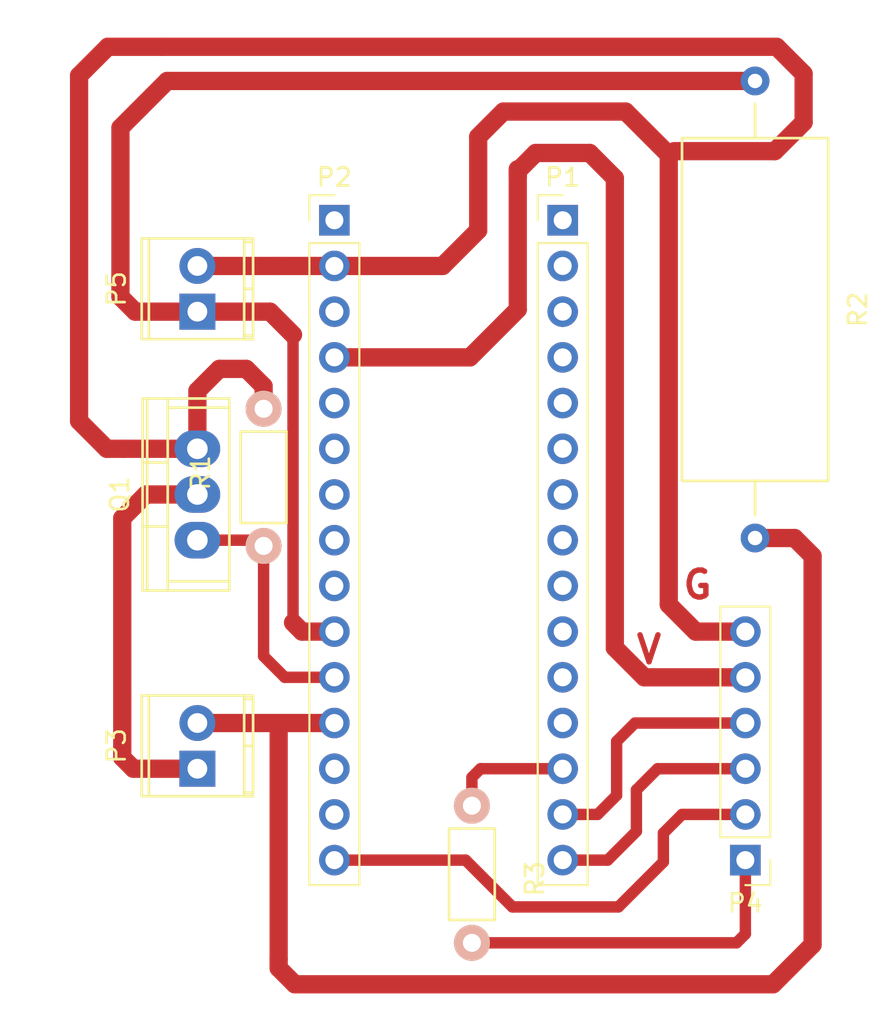
<source format=kicad_pcb>
(kicad_pcb (version 20160815) (host pcbnew "(2016-12-16 revision f631ae2)-makepkg")

  (general
    (links 18)
    (no_connects 1)
    (area 133.799999 28.399999 183.600001 85.300001)
    (thickness 1.6)
    (drawings 10)
    (tracks 96)
    (zones 0)
    (modules 9)
    (nets 32)
  )

  (page A4)
  (layers
    (0 F.Cu signal)
    (31 B.Cu signal)
    (32 B.Adhes user)
    (33 F.Adhes user)
    (34 B.Paste user)
    (35 F.Paste user)
    (36 B.SilkS user)
    (37 F.SilkS user)
    (38 B.Mask user)
    (39 F.Mask user)
    (40 Dwgs.User user)
    (41 Cmts.User user)
    (42 Eco1.User user)
    (43 Eco2.User user)
    (44 Edge.Cuts user)
    (45 Margin user)
    (46 B.CrtYd user)
    (47 F.CrtYd user)
    (48 B.Fab user)
    (49 F.Fab user)
  )

  (setup
    (last_trace_width 0.25)
    (user_trace_width 0.254)
    (user_trace_width 0.635)
    (user_trace_width 1.016)
    (user_trace_width 1.27)
    (user_trace_width 2.54)
    (trace_clearance 0.2)
    (zone_clearance 0.762)
    (zone_45_only no)
    (trace_min 0.2)
    (segment_width 0.2)
    (edge_width 0.15)
    (via_size 0.8)
    (via_drill 0.4)
    (via_min_size 0.4)
    (via_min_drill 0.3)
    (uvia_size 0.3)
    (uvia_drill 0.1)
    (uvias_allowed no)
    (uvia_min_size 0.2)
    (uvia_min_drill 0.1)
    (pcb_text_width 0.3)
    (pcb_text_size 1.5 1.5)
    (mod_edge_width 0.15)
    (mod_text_size 1 1)
    (mod_text_width 0.15)
    (pad_size 1.524 1.524)
    (pad_drill 0.762)
    (pad_to_mask_clearance 0.2)
    (aux_axis_origin 0 0)
    (visible_elements 7FFFFFFF)
    (pcbplotparams
      (layerselection 0x00030_ffffffff)
      (usegerberextensions false)
      (excludeedgelayer true)
      (linewidth 0.100000)
      (plotframeref false)
      (viasonmask false)
      (mode 1)
      (useauxorigin false)
      (hpglpennumber 1)
      (hpglpenspeed 20)
      (hpglpendiameter 15)
      (psnegative false)
      (psa4output false)
      (plotreference true)
      (plotvalue true)
      (plotinvisibletext false)
      (padsonsilk false)
      (subtractmaskfromsilk false)
      (outputformat 1)
      (mirror false)
      (drillshape 1)
      (scaleselection 1)
      (outputdirectory C:/Users/alexb/Desktop/))
  )

  (net 0 "")
  (net 1 GND)
  (net 2 MOS_CMD)
  (net 3 Vshunt)
  (net 4 Vbatt)
  (net 5 "Net-(P3-Pad1)")
  (net 6 MOSI)
  (net 7 MISO)
  (net 8 CS)
  (net 9 "Net-(P1-Pad11)")
  (net 10 "Net-(P1-Pad10)")
  (net 11 "Net-(P1-Pad9)")
  (net 12 "Net-(P1-Pad8)")
  (net 13 "Net-(P1-Pad7)")
  (net 14 "Net-(P1-Pad6)")
  (net 15 "Net-(P1-Pad5)")
  (net 16 "Net-(P1-Pad3)")
  (net 17 "Net-(P1-Pad2)")
  (net 18 "Net-(P1-Pad1)")
  (net 19 "Net-(P2-Pad1)")
  (net 20 "Net-(P2-Pad3)")
  (net 21 VCC)
  (net 22 "Net-(P2-Pad5)")
  (net 23 "Net-(P2-Pad6)")
  (net 24 "Net-(P2-Pad7)")
  (net 25 "Net-(P2-Pad8)")
  (net 26 "Net-(P2-Pad9)")
  (net 27 "Net-(P2-Pad13)")
  (net 28 "Net-(P2-Pad14)")
  (net 29 SCK)
  (net 30 "Net-(P1-Pad12)")
  (net 31 "Net-(P4-Pad1)")

  (net_class Default "This is the default net class."
    (clearance 0.2)
    (trace_width 0.25)
    (via_dia 0.8)
    (via_drill 0.4)
    (uvia_dia 0.3)
    (uvia_drill 0.1)
    (diff_pair_gap 0.25)
    (diff_pair_width 0.2)
    (add_net CS)
    (add_net GND)
    (add_net MISO)
    (add_net MOSI)
    (add_net MOS_CMD)
    (add_net "Net-(P1-Pad1)")
    (add_net "Net-(P1-Pad10)")
    (add_net "Net-(P1-Pad11)")
    (add_net "Net-(P1-Pad12)")
    (add_net "Net-(P1-Pad2)")
    (add_net "Net-(P1-Pad3)")
    (add_net "Net-(P1-Pad5)")
    (add_net "Net-(P1-Pad6)")
    (add_net "Net-(P1-Pad7)")
    (add_net "Net-(P1-Pad8)")
    (add_net "Net-(P1-Pad9)")
    (add_net "Net-(P2-Pad1)")
    (add_net "Net-(P2-Pad13)")
    (add_net "Net-(P2-Pad14)")
    (add_net "Net-(P2-Pad3)")
    (add_net "Net-(P2-Pad5)")
    (add_net "Net-(P2-Pad6)")
    (add_net "Net-(P2-Pad7)")
    (add_net "Net-(P2-Pad8)")
    (add_net "Net-(P2-Pad9)")
    (add_net "Net-(P3-Pad1)")
    (add_net "Net-(P4-Pad1)")
    (add_net SCK)
    (add_net VCC)
    (add_net Vbatt)
    (add_net Vshunt)
  )

  (module Resistors_THT:Resistor_Horizontal_RM7mm (layer F.Cu) (tedit 569FCF07) (tstamp 586ABFFF)
    (at 160.05 73.175 270)
    (descr "Resistor, Axial,  RM 7.62mm, 1/3W,")
    (tags "Resistor Axial RM 7.62mm 1/3W R3")
    (path /586ABD60)
    (fp_text reference R3 (at 4.05892 -3.50012 270) (layer F.SilkS)
      (effects (font (size 1 1) (thickness 0.15)))
    )
    (fp_text value R (at 3.81 3.81 270) (layer F.Fab)
      (effects (font (size 1 1) (thickness 0.15)))
    )
    (fp_line (start -1.25 -1.5) (end 8.85 -1.5) (layer F.CrtYd) (width 0.05))
    (fp_line (start -1.25 1.5) (end -1.25 -1.5) (layer F.CrtYd) (width 0.05))
    (fp_line (start 8.85 -1.5) (end 8.85 1.5) (layer F.CrtYd) (width 0.05))
    (fp_line (start -1.25 1.5) (end 8.85 1.5) (layer F.CrtYd) (width 0.05))
    (fp_line (start 1.27 -1.27) (end 6.35 -1.27) (layer F.SilkS) (width 0.15))
    (fp_line (start 6.35 -1.27) (end 6.35 1.27) (layer F.SilkS) (width 0.15))
    (fp_line (start 6.35 1.27) (end 1.27 1.27) (layer F.SilkS) (width 0.15))
    (fp_line (start 1.27 1.27) (end 1.27 -1.27) (layer F.SilkS) (width 0.15))
    (pad 1 thru_hole circle (at 0 0 270) (size 1.99898 1.99898) (drill 1.00076) (layers *.Cu *.SilkS *.Mask)
      (net 8 CS))
    (pad 2 thru_hole circle (at 7.62 0 270) (size 1.99898 1.99898) (drill 1.00076) (layers *.Cu *.SilkS *.Mask)
      (net 31 "Net-(P4-Pad1)"))
  )

  (module Connectors_Terminal_Blocks:TerminalBlock_Pheonix_MPT-2.54mm_2pol (layer F.Cu) (tedit 0) (tstamp 586AB772)
    (at 144.78 45.72 90)
    (descr "2-way 2.54mm pitch terminal block, Phoenix MPT series")
    (path /58679E29)
    (fp_text reference P5 (at 1.27 -4.50088 90) (layer F.SilkS)
      (effects (font (size 1 1) (thickness 0.15)))
    )
    (fp_text value BATT (at 1.27 4.50088 90) (layer F.Fab)
      (effects (font (size 1 1) (thickness 0.15)))
    )
    (fp_line (start -1.7 -3.3) (end 4.3 -3.3) (layer F.CrtYd) (width 0.05))
    (fp_line (start -1.7 3.3) (end -1.7 -3.3) (layer F.CrtYd) (width 0.05))
    (fp_line (start 4.3 3.3) (end -1.7 3.3) (layer F.CrtYd) (width 0.05))
    (fp_line (start 4.3 -3.3) (end 4.3 3.3) (layer F.CrtYd) (width 0.05))
    (fp_line (start 4.06908 2.60096) (end -1.52908 2.60096) (layer F.SilkS) (width 0.15))
    (fp_line (start -1.33096 3.0988) (end -1.33096 2.60096) (layer F.SilkS) (width 0.15))
    (fp_line (start 3.87096 2.60096) (end 3.87096 3.0988) (layer F.SilkS) (width 0.15))
    (fp_line (start 1.27 3.0988) (end 1.27 2.60096) (layer F.SilkS) (width 0.15))
    (fp_line (start -1.52908 -2.70002) (end 4.06908 -2.70002) (layer F.SilkS) (width 0.15))
    (fp_line (start -1.52908 3.0988) (end 4.06908 3.0988) (layer F.SilkS) (width 0.15))
    (fp_line (start 4.06908 3.0988) (end 4.06908 -3.0988) (layer F.SilkS) (width 0.15))
    (fp_line (start 4.06908 -3.0988) (end -1.52908 -3.0988) (layer F.SilkS) (width 0.15))
    (fp_line (start -1.52908 -3.0988) (end -1.52908 3.0988) (layer F.SilkS) (width 0.15))
    (pad 2 thru_hole oval (at 2.54 0 90) (size 1.99898 1.99898) (drill 1.09728) (layers *.Cu *.Mask)
      (net 1 GND))
    (pad 1 thru_hole rect (at 0 0 90) (size 1.99898 1.99898) (drill 1.09728) (layers *.Cu *.Mask)
      (net 4 Vbatt))
    (model Terminal_Blocks.3dshapes/TerminalBlock_Pheonix_MPT-2.54mm_2pol.wrl
      (at (xyz 0.05 0 0))
      (scale (xyz 1 1 1))
      (rotate (xyz 0 0 0))
    )
  )

  (module Connectors_Terminal_Blocks:TerminalBlock_Pheonix_MPT-2.54mm_2pol (layer F.Cu) (tedit 0) (tstamp 586AB763)
    (at 144.78 71.12 90)
    (descr "2-way 2.54mm pitch terminal block, Phoenix MPT series")
    (path /5867AB62)
    (fp_text reference P3 (at 1.27 -4.50088 90) (layer F.SilkS)
      (effects (font (size 1 1) (thickness 0.15)))
    )
    (fp_text value R_LOAD (at 1.27 4.50088 90) (layer F.Fab)
      (effects (font (size 1 1) (thickness 0.15)))
    )
    (fp_line (start -1.52908 -3.0988) (end -1.52908 3.0988) (layer F.SilkS) (width 0.15))
    (fp_line (start 4.06908 -3.0988) (end -1.52908 -3.0988) (layer F.SilkS) (width 0.15))
    (fp_line (start 4.06908 3.0988) (end 4.06908 -3.0988) (layer F.SilkS) (width 0.15))
    (fp_line (start -1.52908 3.0988) (end 4.06908 3.0988) (layer F.SilkS) (width 0.15))
    (fp_line (start -1.52908 -2.70002) (end 4.06908 -2.70002) (layer F.SilkS) (width 0.15))
    (fp_line (start 1.27 3.0988) (end 1.27 2.60096) (layer F.SilkS) (width 0.15))
    (fp_line (start 3.87096 2.60096) (end 3.87096 3.0988) (layer F.SilkS) (width 0.15))
    (fp_line (start -1.33096 3.0988) (end -1.33096 2.60096) (layer F.SilkS) (width 0.15))
    (fp_line (start 4.06908 2.60096) (end -1.52908 2.60096) (layer F.SilkS) (width 0.15))
    (fp_line (start 4.3 -3.3) (end 4.3 3.3) (layer F.CrtYd) (width 0.05))
    (fp_line (start 4.3 3.3) (end -1.7 3.3) (layer F.CrtYd) (width 0.05))
    (fp_line (start -1.7 3.3) (end -1.7 -3.3) (layer F.CrtYd) (width 0.05))
    (fp_line (start -1.7 -3.3) (end 4.3 -3.3) (layer F.CrtYd) (width 0.05))
    (pad 1 thru_hole rect (at 0 0 90) (size 1.99898 1.99898) (drill 1.09728) (layers *.Cu *.Mask)
      (net 5 "Net-(P3-Pad1)"))
    (pad 2 thru_hole oval (at 2.54 0 90) (size 1.99898 1.99898) (drill 1.09728) (layers *.Cu *.Mask)
      (net 3 Vshunt))
    (model Terminal_Blocks.3dshapes/TerminalBlock_Pheonix_MPT-2.54mm_2pol.wrl
      (at (xyz 0.05 0 0))
      (scale (xyz 1 1 1))
      (rotate (xyz 0 0 0))
    )
  )

  (module Resistors_THT:Resistor_Ceramic_Horizontal_L19mm-W8mm-H8mm-p25mm (layer F.Cu) (tedit 53FEE15C) (tstamp 58686CE5)
    (at 175.8 45.6 270)
    (descr "Resistor, Ceramic, Horizontal")
    (tags "Resistor, Ceramic, Horizontal")
    (path /58679DE8)
    (fp_text reference R2 (at 0 -5.715 270) (layer F.SilkS)
      (effects (font (size 1 1) (thickness 0.15)))
    )
    (fp_text value 0.1R (at 0.635 6.35 270) (layer F.Fab)
      (effects (font (size 1 1) (thickness 0.15)))
    )
    (fp_line (start 9.525 -4.064) (end -9.525 -4.064) (layer F.SilkS) (width 0.15))
    (fp_line (start 9.525 4.064) (end 9.525 -4.064) (layer F.SilkS) (width 0.15))
    (fp_line (start -9.525 4.064) (end 9.525 4.064) (layer F.SilkS) (width 0.15))
    (fp_line (start -9.525 -4.064) (end -9.525 4.064) (layer F.SilkS) (width 0.15))
    (fp_line (start -9.525 0) (end -11.43 0) (layer F.SilkS) (width 0.15))
    (fp_line (start 9.525 0) (end 11.43 0) (layer F.SilkS) (width 0.15))
    (pad 2 thru_hole circle (at 12.7 0 90) (size 1.6 1.6) (drill 0.8) (layers *.Cu *.Mask)
      (net 3 Vshunt))
    (pad 1 thru_hole circle (at -12.7 0 90) (size 1.6 1.6) (drill 0.8) (layers *.Cu *.Mask)
      (net 4 Vbatt))
    (model Resistors_ThroughHole.3dshapes/Resistor_Ceramic_Horizontal_L19mm-W8mm-H8mm-p25mm.wrl
      (at (xyz 0 0 0))
      (scale (xyz 4 4 4))
      (rotate (xyz 0 0 0))
    )
  )

  (module Pin_Headers:Pin_Header_Straight_1x06_Pitch2.54mm (layer F.Cu) (tedit 5862ED52) (tstamp 58686E06)
    (at 175.26 76.2 180)
    (descr "Through hole straight pin header, 1x06, 2.54mm pitch, single row")
    (tags "Through hole pin header THT 1x06 2.54mm single row")
    (path /5867B3D4)
    (fp_text reference P4 (at 0 -2.39 180) (layer F.SilkS)
      (effects (font (size 1 1) (thickness 0.15)))
    )
    (fp_text value SD_CARD (at 0 15.09 180) (layer F.Fab)
      (effects (font (size 1 1) (thickness 0.15)))
    )
    (fp_line (start 1.6 -1.6) (end -1.6 -1.6) (layer F.CrtYd) (width 0.05))
    (fp_line (start 1.6 14.3) (end 1.6 -1.6) (layer F.CrtYd) (width 0.05))
    (fp_line (start -1.6 14.3) (end 1.6 14.3) (layer F.CrtYd) (width 0.05))
    (fp_line (start -1.6 -1.6) (end -1.6 14.3) (layer F.CrtYd) (width 0.05))
    (fp_line (start -1.39 -1.39) (end 0 -1.39) (layer F.SilkS) (width 0.12))
    (fp_line (start -1.39 0) (end -1.39 -1.39) (layer F.SilkS) (width 0.12))
    (fp_line (start 1.39 1.27) (end -1.39 1.27) (layer F.SilkS) (width 0.12))
    (fp_line (start 1.39 14.09) (end 1.39 1.27) (layer F.SilkS) (width 0.12))
    (fp_line (start -1.39 14.09) (end 1.39 14.09) (layer F.SilkS) (width 0.12))
    (fp_line (start -1.39 1.27) (end -1.39 14.09) (layer F.SilkS) (width 0.12))
    (fp_line (start 1.27 -1.27) (end -1.27 -1.27) (layer F.Fab) (width 0.1))
    (fp_line (start 1.27 13.97) (end 1.27 -1.27) (layer F.Fab) (width 0.1))
    (fp_line (start -1.27 13.97) (end 1.27 13.97) (layer F.Fab) (width 0.1))
    (fp_line (start -1.27 -1.27) (end -1.27 13.97) (layer F.Fab) (width 0.1))
    (pad 6 thru_hole oval (at 0 12.7 180) (size 1.7 1.7) (drill 1) (layers *.Cu *.Mask)
      (net 1 GND))
    (pad 5 thru_hole oval (at 0 10.16 180) (size 1.7 1.7) (drill 1) (layers *.Cu *.Mask)
      (net 21 VCC))
    (pad 4 thru_hole oval (at 0 7.62 180) (size 1.7 1.7) (drill 1) (layers *.Cu *.Mask)
      (net 7 MISO))
    (pad 3 thru_hole oval (at 0 5.08 180) (size 1.7 1.7) (drill 1) (layers *.Cu *.Mask)
      (net 6 MOSI))
    (pad 2 thru_hole oval (at 0 2.54 180) (size 1.7 1.7) (drill 1) (layers *.Cu *.Mask)
      (net 29 SCK))
    (pad 1 thru_hole rect (at 0 0 180) (size 1.7 1.7) (drill 1) (layers *.Cu *.Mask)
      (net 31 "Net-(P4-Pad1)"))
    (model Pin_Headers.3dshapes/Pin_Header_Straight_1x06_Pitch2.54mm.wrl
      (at (xyz 0 -0.25 0))
      (scale (xyz 1 1 1))
      (rotate (xyz 0 0 90))
    )
  )

  (module Pin_Headers:Pin_Header_Straight_1x15_Pitch2.54mm (layer F.Cu) (tedit 5862ED52) (tstamp 58686DAE)
    (at 152.4 40.64)
    (descr "Through hole straight pin header, 1x15, 2.54mm pitch, single row")
    (tags "Through hole pin header THT 1x15 2.54mm single row")
    (path /5867AEFE)
    (fp_text reference P2 (at 0 -2.39) (layer F.SilkS)
      (effects (font (size 1 1) (thickness 0.15)))
    )
    (fp_text value ARD_NANO_LFT (at 0 37.95) (layer F.Fab)
      (effects (font (size 1 1) (thickness 0.15)))
    )
    (fp_line (start 1.6 -1.6) (end -1.6 -1.6) (layer F.CrtYd) (width 0.05))
    (fp_line (start 1.6 37.1) (end 1.6 -1.6) (layer F.CrtYd) (width 0.05))
    (fp_line (start -1.6 37.1) (end 1.6 37.1) (layer F.CrtYd) (width 0.05))
    (fp_line (start -1.6 -1.6) (end -1.6 37.1) (layer F.CrtYd) (width 0.05))
    (fp_line (start -1.39 -1.39) (end 0 -1.39) (layer F.SilkS) (width 0.12))
    (fp_line (start -1.39 0) (end -1.39 -1.39) (layer F.SilkS) (width 0.12))
    (fp_line (start 1.39 1.27) (end -1.39 1.27) (layer F.SilkS) (width 0.12))
    (fp_line (start 1.39 36.95) (end 1.39 1.27) (layer F.SilkS) (width 0.12))
    (fp_line (start -1.39 36.95) (end 1.39 36.95) (layer F.SilkS) (width 0.12))
    (fp_line (start -1.39 1.27) (end -1.39 36.95) (layer F.SilkS) (width 0.12))
    (fp_line (start 1.27 -1.27) (end -1.27 -1.27) (layer F.Fab) (width 0.1))
    (fp_line (start 1.27 36.83) (end 1.27 -1.27) (layer F.Fab) (width 0.1))
    (fp_line (start -1.27 36.83) (end 1.27 36.83) (layer F.Fab) (width 0.1))
    (fp_line (start -1.27 -1.27) (end -1.27 36.83) (layer F.Fab) (width 0.1))
    (pad 15 thru_hole oval (at 0 35.56) (size 1.7 1.7) (drill 1) (layers *.Cu *.Mask)
      (net 29 SCK))
    (pad 14 thru_hole oval (at 0 33.02) (size 1.7 1.7) (drill 1) (layers *.Cu *.Mask)
      (net 28 "Net-(P2-Pad14)"))
    (pad 13 thru_hole oval (at 0 30.48) (size 1.7 1.7) (drill 1) (layers *.Cu *.Mask)
      (net 27 "Net-(P2-Pad13)"))
    (pad 12 thru_hole oval (at 0 27.94) (size 1.7 1.7) (drill 1) (layers *.Cu *.Mask)
      (net 3 Vshunt))
    (pad 11 thru_hole oval (at 0 25.4) (size 1.7 1.7) (drill 1) (layers *.Cu *.Mask)
      (net 2 MOS_CMD))
    (pad 10 thru_hole oval (at 0 22.86) (size 1.7 1.7) (drill 1) (layers *.Cu *.Mask)
      (net 4 Vbatt))
    (pad 9 thru_hole oval (at 0 20.32) (size 1.7 1.7) (drill 1) (layers *.Cu *.Mask)
      (net 26 "Net-(P2-Pad9)"))
    (pad 8 thru_hole oval (at 0 17.78) (size 1.7 1.7) (drill 1) (layers *.Cu *.Mask)
      (net 25 "Net-(P2-Pad8)"))
    (pad 7 thru_hole oval (at 0 15.24) (size 1.7 1.7) (drill 1) (layers *.Cu *.Mask)
      (net 24 "Net-(P2-Pad7)"))
    (pad 6 thru_hole oval (at 0 12.7) (size 1.7 1.7) (drill 1) (layers *.Cu *.Mask)
      (net 23 "Net-(P2-Pad6)"))
    (pad 5 thru_hole oval (at 0 10.16) (size 1.7 1.7) (drill 1) (layers *.Cu *.Mask)
      (net 22 "Net-(P2-Pad5)"))
    (pad 4 thru_hole oval (at 0 7.62) (size 1.7 1.7) (drill 1) (layers *.Cu *.Mask)
      (net 21 VCC))
    (pad 3 thru_hole oval (at 0 5.08) (size 1.7 1.7) (drill 1) (layers *.Cu *.Mask)
      (net 20 "Net-(P2-Pad3)"))
    (pad 2 thru_hole oval (at 0 2.54) (size 1.7 1.7) (drill 1) (layers *.Cu *.Mask)
      (net 1 GND))
    (pad 1 thru_hole rect (at 0 0) (size 1.7 1.7) (drill 1) (layers *.Cu *.Mask)
      (net 19 "Net-(P2-Pad1)"))
    (model Pin_Headers.3dshapes/Pin_Header_Straight_1x15_Pitch2.54mm.wrl
      (at (xyz 0 -0.7 0))
      (scale (xyz 1 1 1))
      (rotate (xyz 0 0 90))
    )
  )

  (module Pin_Headers:Pin_Header_Straight_1x15_Pitch2.54mm (layer F.Cu) (tedit 5862ED52) (tstamp 58686D4D)
    (at 165.1 40.64)
    (descr "Through hole straight pin header, 1x15, 2.54mm pitch, single row")
    (tags "Through hole pin header THT 1x15 2.54mm single row")
    (path /5867AEA2)
    (fp_text reference P1 (at 0 -2.39) (layer F.SilkS)
      (effects (font (size 1 1) (thickness 0.15)))
    )
    (fp_text value ARD_NANO_RGHT (at 0 37.95) (layer F.Fab)
      (effects (font (size 1 1) (thickness 0.15)))
    )
    (fp_line (start 1.6 -1.6) (end -1.6 -1.6) (layer F.CrtYd) (width 0.05))
    (fp_line (start 1.6 37.1) (end 1.6 -1.6) (layer F.CrtYd) (width 0.05))
    (fp_line (start -1.6 37.1) (end 1.6 37.1) (layer F.CrtYd) (width 0.05))
    (fp_line (start -1.6 -1.6) (end -1.6 37.1) (layer F.CrtYd) (width 0.05))
    (fp_line (start -1.39 -1.39) (end 0 -1.39) (layer F.SilkS) (width 0.12))
    (fp_line (start -1.39 0) (end -1.39 -1.39) (layer F.SilkS) (width 0.12))
    (fp_line (start 1.39 1.27) (end -1.39 1.27) (layer F.SilkS) (width 0.12))
    (fp_line (start 1.39 36.95) (end 1.39 1.27) (layer F.SilkS) (width 0.12))
    (fp_line (start -1.39 36.95) (end 1.39 36.95) (layer F.SilkS) (width 0.12))
    (fp_line (start -1.39 1.27) (end -1.39 36.95) (layer F.SilkS) (width 0.12))
    (fp_line (start 1.27 -1.27) (end -1.27 -1.27) (layer F.Fab) (width 0.1))
    (fp_line (start 1.27 36.83) (end 1.27 -1.27) (layer F.Fab) (width 0.1))
    (fp_line (start -1.27 36.83) (end 1.27 36.83) (layer F.Fab) (width 0.1))
    (fp_line (start -1.27 -1.27) (end -1.27 36.83) (layer F.Fab) (width 0.1))
    (pad 15 thru_hole oval (at 0 35.56) (size 1.7 1.7) (drill 1) (layers *.Cu *.Mask)
      (net 6 MOSI))
    (pad 14 thru_hole oval (at 0 33.02) (size 1.7 1.7) (drill 1) (layers *.Cu *.Mask)
      (net 7 MISO))
    (pad 13 thru_hole oval (at 0 30.48) (size 1.7 1.7) (drill 1) (layers *.Cu *.Mask)
      (net 8 CS))
    (pad 12 thru_hole oval (at 0 27.94) (size 1.7 1.7) (drill 1) (layers *.Cu *.Mask)
      (net 30 "Net-(P1-Pad12)"))
    (pad 11 thru_hole oval (at 0 25.4) (size 1.7 1.7) (drill 1) (layers *.Cu *.Mask)
      (net 9 "Net-(P1-Pad11)"))
    (pad 10 thru_hole oval (at 0 22.86) (size 1.7 1.7) (drill 1) (layers *.Cu *.Mask)
      (net 10 "Net-(P1-Pad10)"))
    (pad 9 thru_hole oval (at 0 20.32) (size 1.7 1.7) (drill 1) (layers *.Cu *.Mask)
      (net 11 "Net-(P1-Pad9)"))
    (pad 8 thru_hole oval (at 0 17.78) (size 1.7 1.7) (drill 1) (layers *.Cu *.Mask)
      (net 12 "Net-(P1-Pad8)"))
    (pad 7 thru_hole oval (at 0 15.24) (size 1.7 1.7) (drill 1) (layers *.Cu *.Mask)
      (net 13 "Net-(P1-Pad7)"))
    (pad 6 thru_hole oval (at 0 12.7) (size 1.7 1.7) (drill 1) (layers *.Cu *.Mask)
      (net 14 "Net-(P1-Pad6)"))
    (pad 5 thru_hole oval (at 0 10.16) (size 1.7 1.7) (drill 1) (layers *.Cu *.Mask)
      (net 15 "Net-(P1-Pad5)"))
    (pad 4 thru_hole oval (at 0 7.62) (size 1.7 1.7) (drill 1) (layers *.Cu *.Mask)
      (net 1 GND))
    (pad 3 thru_hole oval (at 0 5.08) (size 1.7 1.7) (drill 1) (layers *.Cu *.Mask)
      (net 16 "Net-(P1-Pad3)"))
    (pad 2 thru_hole oval (at 0 2.54) (size 1.7 1.7) (drill 1) (layers *.Cu *.Mask)
      (net 17 "Net-(P1-Pad2)"))
    (pad 1 thru_hole rect (at 0 0) (size 1.7 1.7) (drill 1) (layers *.Cu *.Mask)
      (net 18 "Net-(P1-Pad1)"))
    (model Pin_Headers.3dshapes/Pin_Header_Straight_1x15_Pitch2.54mm.wrl
      (at (xyz 0 -0.7 0))
      (scale (xyz 1 1 1))
      (rotate (xyz 0 0 90))
    )
  )

  (module Power_Integrations:TO-220 (layer F.Cu) (tedit 0) (tstamp 58686D0C)
    (at 144.78 55.88 90)
    (descr "Non Isolated JEDEC TO-220 Package")
    (tags "Power Integration YN Package")
    (path /58679E69)
    (fp_text reference Q1 (at 0 -4.318 90) (layer F.SilkS)
      (effects (font (size 1 1) (thickness 0.15)))
    )
    (fp_text value IRF540N (at 0 -4.318 90) (layer F.Fab)
      (effects (font (size 1 1) (thickness 0.15)))
    )
    (fp_line (start 5.334 -3.048) (end -5.334 -3.048) (layer F.SilkS) (width 0.15))
    (fp_line (start 5.334 -3.048) (end 5.334 1.778) (layer F.SilkS) (width 0.15))
    (fp_line (start -5.334 -3.048) (end -5.334 1.778) (layer F.SilkS) (width 0.15))
    (fp_line (start 5.334 1.778) (end -5.334 1.778) (layer F.SilkS) (width 0.15))
    (fp_line (start -5.334 -1.651) (end 5.334 -1.651) (layer F.SilkS) (width 0.15))
    (fp_line (start -1.778 -1.778) (end -1.778 -3.048) (layer F.SilkS) (width 0.15))
    (fp_line (start 1.778 -1.778) (end 1.778 -3.048) (layer F.SilkS) (width 0.15))
    (fp_line (start 5.334 -2.794) (end -5.334 -2.794) (layer F.SilkS) (width 0.15))
    (fp_line (start -4.826 -1.651) (end -4.826 1.778) (layer F.SilkS) (width 0.15))
    (fp_line (start 4.826 -1.651) (end 4.826 1.778) (layer F.SilkS) (width 0.15))
    (pad 1 thru_hole oval (at -2.54 0 90) (size 2.032 2.54) (drill 1.143) (layers *.Cu *.Mask)
      (net 2 MOS_CMD))
    (pad 3 thru_hole oval (at 2.54 0 90) (size 2.032 2.54) (drill 1.143) (layers *.Cu *.Mask)
      (net 1 GND))
    (pad 2 thru_hole oval (at 0 0 90) (size 2.032 2.54) (drill 1.143) (layers *.Cu *.Mask)
      (net 5 "Net-(P3-Pad1)"))
  )

  (module Resistors_THT:Resistor_Horizontal_RM7mm (layer F.Cu) (tedit 569FCF07) (tstamp 58686CBF)
    (at 148.463 58.7375 90)
    (descr "Resistor, Axial,  RM 7.62mm, 1/3W,")
    (tags "Resistor Axial RM 7.62mm 1/3W R3")
    (path /58679EBF)
    (fp_text reference R1 (at 4.05892 -3.50012 90) (layer F.SilkS)
      (effects (font (size 1 1) (thickness 0.15)))
    )
    (fp_text value 10kR (at 3.81 3.81 90) (layer F.Fab)
      (effects (font (size 1 1) (thickness 0.15)))
    )
    (fp_line (start -1.25 -1.5) (end 8.85 -1.5) (layer F.CrtYd) (width 0.05))
    (fp_line (start -1.25 1.5) (end -1.25 -1.5) (layer F.CrtYd) (width 0.05))
    (fp_line (start 8.85 -1.5) (end 8.85 1.5) (layer F.CrtYd) (width 0.05))
    (fp_line (start -1.25 1.5) (end 8.85 1.5) (layer F.CrtYd) (width 0.05))
    (fp_line (start 1.27 -1.27) (end 6.35 -1.27) (layer F.SilkS) (width 0.15))
    (fp_line (start 6.35 -1.27) (end 6.35 1.27) (layer F.SilkS) (width 0.15))
    (fp_line (start 6.35 1.27) (end 1.27 1.27) (layer F.SilkS) (width 0.15))
    (fp_line (start 1.27 1.27) (end 1.27 -1.27) (layer F.SilkS) (width 0.15))
    (pad 1 thru_hole circle (at 0 0 90) (size 1.99898 1.99898) (drill 1.00076) (layers *.Cu *.SilkS *.Mask)
      (net 2 MOS_CMD))
    (pad 2 thru_hole circle (at 7.62 0 90) (size 1.99898 1.99898) (drill 1.00076) (layers *.Cu *.SilkS *.Mask)
      (net 1 GND))
  )

  (gr_text V (at 169.9 64.5) (layer F.Cu)
    (effects (font (size 1.5 1.5) (thickness 0.3)))
  )
  (gr_text G (at 172.6 60.9) (layer F.Cu)
    (effects (font (size 1.5 1.5) (thickness 0.3)))
  )
  (gr_line (start 133.9 85.2) (end 183.5 85.2) (angle 90) (layer Margin) (width 0.2))
  (gr_line (start 133.9 28.5) (end 133.9 85.2) (angle 90) (layer Margin) (width 0.2))
  (gr_line (start 183.5 28.5) (end 133.9 28.5) (angle 90) (layer Margin) (width 0.2))
  (gr_line (start 183.5 85.2) (end 183.5 28.5) (angle 90) (layer Margin) (width 0.2))
  (gr_line (start 183.5 28.5) (end 183.5 85.2) (angle 90) (layer Margin) (width 0.2))
  (gr_line (start 183.5 85.2) (end 183.5 28.5) (angle 90) (layer Margin) (width 0.2))
  (gr_line (start 183.5 28.5) (end 183.5 85.2) (angle 90) (layer Margin) (width 0.2))
  (gr_line (start 133.9 28.5) (end 183.5 28.5) (angle 90) (layer Margin) (width 0.2))

  (segment (start 140.64 53.34) (end 139.74 53.34) (width 1.016) (layer F.Cu) (net 1))
  (segment (start 171.3 36.8) (end 176.9 36.8) (width 1.016) (layer F.Cu) (net 1) (tstamp 586ABE84))
  (segment (start 178.5 35.2) (end 176.9 36.8) (width 1.016) (layer F.Cu) (net 1) (tstamp 586ABE81))
  (segment (start 178.5 32.5) (end 178.5 35.2) (width 1.016) (layer F.Cu) (net 1) (tstamp 586ABE7B))
  (segment (start 177 31) (end 178.5 32.5) (width 1.016) (layer F.Cu) (net 1) (tstamp 586ABE77))
  (segment (start 142.8 31) (end 177 31) (width 1.016) (layer F.Cu) (net 1) (tstamp 586ABE73))
  (segment (start 140.64 53.34) (end 144.78 53.34) (width 1.016) (layer F.Cu) (net 1))
  (segment (start 139.8 31) (end 142.8 31) (width 1.016) (layer F.Cu) (net 1) (tstamp 586ABFF1))
  (segment (start 138.2 32.6) (end 139.8 31) (width 1.016) (layer F.Cu) (net 1) (tstamp 586ABFEC))
  (segment (start 138.2 51.8) (end 138.2 32.6) (width 1.016) (layer F.Cu) (net 1) (tstamp 586ABFE8))
  (segment (start 139.74 53.34) (end 138.2 51.8) (width 1.016) (layer F.Cu) (net 1) (tstamp 586ABFE5))
  (segment (start 144.78 53.34) (end 144.78 50.12) (width 1.016) (layer F.Cu) (net 1))
  (segment (start 144.78 50.12) (end 146 48.9) (width 1.016) (layer F.Cu) (net 1) (tstamp 586ABF09))
  (segment (start 146 48.9) (end 147.5 48.9) (width 1.016) (layer F.Cu) (net 1) (tstamp 586ABF0C))
  (segment (start 147.5 48.9) (end 148.463 49.863) (width 1.016) (layer F.Cu) (net 1) (tstamp 586ABF0D))
  (segment (start 148.463 49.863) (end 148.463 51.1175) (width 1.016) (layer F.Cu) (net 1) (tstamp 586ABF0F))
  (segment (start 144.78 43.18) (end 149.32 43.18) (width 1.016) (layer F.Cu) (net 1))
  (segment (start 149.32 43.18) (end 152.4 43.18) (width 1.016) (layer F.Cu) (net 1) (tstamp 586ABE16))
  (segment (start 152.4 43.18) (end 153.1493 43.18) (width 0.635) (layer F.Cu) (net 1))
  (segment (start 172.5 63.5) (end 175.26 63.5) (width 1.016) (layer F.Cu) (net 1) (tstamp 586AB839))
  (segment (start 161.8 34.6) (end 168.6 34.6) (width 1.016) (layer F.Cu) (net 1) (tstamp 586AB831))
  (segment (start 160.4 36) (end 161.8 34.6) (width 1.016) (layer F.Cu) (net 1) (tstamp 586AB82F))
  (segment (start 160.4 41.2) (end 160.4 36) (width 1.016) (layer F.Cu) (net 1) (tstamp 586AB82D))
  (segment (start 158.42 43.18) (end 160.4 41.2) (width 1.016) (layer F.Cu) (net 1) (tstamp 586AB82B))
  (segment (start 152.4 43.18) (end 158.42 43.18) (width 1.016) (layer F.Cu) (net 1) (status 10))
  (segment (start 168.6 34.6) (end 171 37) (width 1.016) (layer F.Cu) (net 1) (tstamp 586AB833))
  (segment (start 171 62) (end 172.5 63.5) (width 1.016) (layer F.Cu) (net 1) (tstamp 586AB837))
  (segment (start 171 37) (end 171 62) (width 1.016) (layer F.Cu) (net 1) (tstamp 586AB835))
  (segment (start 148.463 58.7375) (end 148.463 64.863) (width 0.635) (layer F.Cu) (net 2))
  (segment (start 149.64 66.04) (end 152.4 66.04) (width 0.635) (layer F.Cu) (net 2) (tstamp 586ABE38))
  (segment (start 148.463 64.863) (end 149.64 66.04) (width 0.635) (layer F.Cu) (net 2) (tstamp 586ABE33))
  (segment (start 144.78 58.42) (end 148.1455 58.42) (width 0.635) (layer F.Cu) (net 2))
  (segment (start 148.1455 58.42) (end 148.463 58.7375) (width 0.635) (layer F.Cu) (net 2) (tstamp 586ABDCC))
  (segment (start 148.2852 58.4835) (end 148.6916 58.8899) (width 0.635) (layer F.Cu) (net 2) (tstamp 586ABC66) (status 30))
  (segment (start 148.463 58.7375) (end 148.463 59.3344) (width 0.25) (layer F.Cu) (net 2) (status 30))
  (segment (start 148.4249 58.6994) (end 148.463 58.7375) (width 0.25) (layer F.Cu) (net 2) (tstamp 586AAC4C) (status 30))
  (segment (start 149.3 81.7) (end 149.3 82.2) (width 1.016) (layer F.Cu) (net 3))
  (segment (start 149.3 68.58) (end 149.3 81.7) (width 1.016) (layer F.Cu) (net 3) (tstamp 586ABEBA))
  (segment (start 178 58.3) (end 175.8 58.3) (width 1.016) (layer F.Cu) (net 3) (tstamp 586AC0EE))
  (segment (start 179 59.3) (end 178 58.3) (width 1.016) (layer F.Cu) (net 3) (tstamp 586AC0EA))
  (segment (start 179 80.9) (end 179 59.3) (width 1.016) (layer F.Cu) (net 3) (tstamp 586AC0E5))
  (segment (start 176.8 83.1) (end 179 80.9) (width 1.016) (layer F.Cu) (net 3) (tstamp 586AC0E2))
  (segment (start 150.2 83.1) (end 176.8 83.1) (width 1.016) (layer F.Cu) (net 3) (tstamp 586AC0DD))
  (segment (start 149.3 82.2) (end 150.2 83.1) (width 1.016) (layer F.Cu) (net 3) (tstamp 586AC0D9))
  (segment (start 144.78 68.58) (end 149.3 68.58) (width 1.016) (layer F.Cu) (net 3))
  (segment (start 149.3 68.58) (end 152.4 68.58) (width 1.016) (layer F.Cu) (net 3) (tstamp 586ABEBE))
  (segment (start 152.0825 68.2625) (end 152.4 68.58) (width 0.635) (layer F.Cu) (net 3) (tstamp 586ABD53))
  (segment (start 144.78 45.72) (end 148.82 45.72) (width 1.016) (layer F.Cu) (net 4))
  (segment (start 148.82 45.72) (end 150.1 47) (width 1.016) (layer F.Cu) (net 4) (tstamp 586ABE4D))
  (segment (start 150.1 47) (end 150.1 63) (width 0.635) (layer F.Cu) (net 4) (tstamp 586ABE52))
  (segment (start 150.1 63) (end 150.6 63.5) (width 1.016) (layer F.Cu) (net 4) (tstamp 586ABE58))
  (segment (start 150.6 63.5) (end 152.4 63.5) (width 1.016) (layer F.Cu) (net 4) (tstamp 586ABE5B))
  (segment (start 144.78 45.72) (end 141.32 45.72) (width 1.016) (layer F.Cu) (net 4))
  (segment (start 143.1 32.9) (end 175.8 32.9) (width 1.016) (layer F.Cu) (net 4) (tstamp 586ABE08))
  (segment (start 140.5 35.5) (end 143.1 32.9) (width 1.016) (layer F.Cu) (net 4) (tstamp 586ABE01))
  (segment (start 140.5 44.9) (end 140.5 35.5) (width 1.016) (layer F.Cu) (net 4) (tstamp 586ABDF8))
  (segment (start 141.32 45.72) (end 140.5 44.9) (width 1.016) (layer F.Cu) (net 4) (tstamp 586ABDF5))
  (segment (start 144.78 71.12) (end 141.22 71.12) (width 1.016) (layer F.Cu) (net 5))
  (segment (start 141.22 71.12) (end 140.6 70.5) (width 1.016) (layer F.Cu) (net 5) (tstamp 586ABDD1))
  (segment (start 140.6 70.5) (end 140.6 57.2) (width 1.016) (layer F.Cu) (net 5) (tstamp 586ABDD2))
  (segment (start 140.6 57.2) (end 141.92 55.88) (width 1.016) (layer F.Cu) (net 5) (tstamp 586ABDD3))
  (segment (start 141.92 55.88) (end 144.78 55.88) (width 1.016) (layer F.Cu) (net 5) (tstamp 586ABDD4))
  (segment (start 165.1 76.2) (end 167.6 76.2) (width 0.635) (layer F.Cu) (net 6))
  (segment (start 170.38 71.12) (end 175.26 71.12) (width 0.635) (layer F.Cu) (net 6) (tstamp 586AACBD))
  (segment (start 169.2 72.3) (end 170.38 71.12) (width 0.635) (layer F.Cu) (net 6) (tstamp 586AACBB))
  (segment (start 169.2 74.6) (end 169.2 72.3) (width 0.635) (layer F.Cu) (net 6) (tstamp 586AACB9))
  (segment (start 167.6 76.2) (end 169.2 74.6) (width 0.635) (layer F.Cu) (net 6) (tstamp 586AACB8))
  (segment (start 165.1 73.66) (end 167.04 73.66) (width 0.635) (layer F.Cu) (net 7))
  (segment (start 169.12 68.58) (end 175.26 68.58) (width 0.635) (layer F.Cu) (net 7) (tstamp 586AACB4))
  (segment (start 168.1 69.6) (end 169.12 68.58) (width 0.635) (layer F.Cu) (net 7) (tstamp 586AACB2))
  (segment (start 168.1 72.6) (end 168.1 69.6) (width 0.635) (layer F.Cu) (net 7) (tstamp 586AACB0))
  (segment (start 167.04 73.66) (end 168.1 72.6) (width 0.635) (layer F.Cu) (net 7) (tstamp 586AACAF))
  (segment (start 160.53 71.12) (end 165.1 71.12) (width 0.635) (layer F.Cu) (net 8) (tstamp 586AC124))
  (segment (start 160.05 71.6) (end 160.53 71.12) (width 0.635) (layer F.Cu) (net 8) (tstamp 586AC123))
  (segment (start 160.05 73.175) (end 160.05 71.6) (width 0.635) (layer F.Cu) (net 8))
  (segment (start 162.6 38.2) (end 162.6 37.9) (width 1.016) (layer F.Cu) (net 21))
  (segment (start 166.6 36.9) (end 168 38.3) (width 1.016) (layer F.Cu) (net 21) (tstamp 586ABFC5))
  (segment (start 163.6 36.9) (end 166.6 36.9) (width 1.016) (layer F.Cu) (net 21) (tstamp 586ABFC4))
  (segment (start 162.6 37.9) (end 163.6 36.9) (width 1.016) (layer F.Cu) (net 21) (tstamp 586ABFC2))
  (segment (start 152.4 48.26) (end 159.94 48.26) (width 1.016) (layer F.Cu) (net 21) (status 10))
  (segment (start 159.94 48.26) (end 162.6 45.6) (width 1.016) (layer F.Cu) (net 21) (tstamp 586AB819))
  (segment (start 162.6 45.6) (end 162.6 38.2) (width 1.016) (layer F.Cu) (net 21) (tstamp 586AB81B))
  (segment (start 162.6 38.2) (end 162.6 37.8) (width 1.016) (layer F.Cu) (net 21) (tstamp 586ABFC0))
  (segment (start 168 38.3) (end 168 64.4) (width 1.016) (layer F.Cu) (net 21) (tstamp 586ABFC9))
  (segment (start 169.64 66.04) (end 175.26 66.04) (width 1.016) (layer F.Cu) (net 21) (tstamp 586AB827))
  (segment (start 168 64.4) (end 169.64 66.04) (width 1.016) (layer F.Cu) (net 21) (tstamp 586AB825))
  (segment (start 152.4 76.2) (end 159.7 76.2) (width 0.635) (layer F.Cu) (net 29))
  (segment (start 171.74 73.66) (end 175.26 73.66) (width 0.635) (layer F.Cu) (net 29) (tstamp 586ABED8))
  (segment (start 170.7 74.7) (end 171.74 73.66) (width 0.635) (layer F.Cu) (net 29) (tstamp 586ABED5))
  (segment (start 170.7 76.3) (end 170.7 74.7) (width 0.635) (layer F.Cu) (net 29) (tstamp 586ABED4))
  (segment (start 168.2 78.8) (end 170.7 76.3) (width 0.635) (layer F.Cu) (net 29) (tstamp 586ABED3))
  (segment (start 162.3 78.8) (end 168.2 78.8) (width 0.635) (layer F.Cu) (net 29) (tstamp 586ABED0))
  (segment (start 159.7 76.2) (end 162.3 78.8) (width 0.635) (layer F.Cu) (net 29) (tstamp 586ABEC7))
  (segment (start 175.26 80.305) (end 175.26 76.2) (width 0.635) (layer F.Cu) (net 31) (tstamp 586AC128))
  (segment (start 174.77 80.795) (end 175.26 80.305) (width 0.635) (layer F.Cu) (net 31) (tstamp 586AC127))
  (segment (start 160.05 80.795) (end 174.77 80.795) (width 0.635) (layer F.Cu) (net 31))

  (zone (net 1) (net_name GND) (layer F.Cu) (tstamp 586AC1B9) (hatch edge 0.508)
    (connect_pads (clearance 0.762))
    (min_thickness 0.254)
    (fill (arc_segments 16) (thermal_gap 0.508) (thermal_bridge_width 0.508))
    (polygon
      (pts
        (xy 181.1 64.4) (xy 181 84.5) (xy 135.2 84.5) (xy 135.1 29.4) (xy 180.8 29.2)
      )
    )
  )
)

</source>
